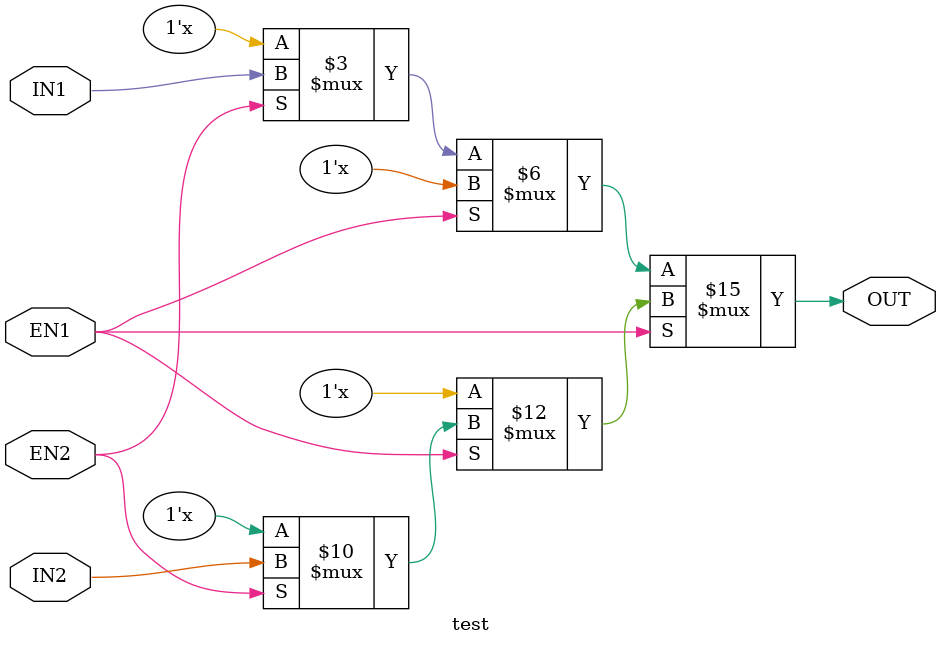
<source format=v>
module test(input IN1, IN2, EN1, EN2, output reg OUT);
always @(IN1 or IN2 or EN1 or EN2) begin
    if(EN1) begin
	    if(EN2)
		    OUT = IN2;
	end		
	else
	    if(EN2)
	        OUT = IN1;
end	
endmodule	

</source>
